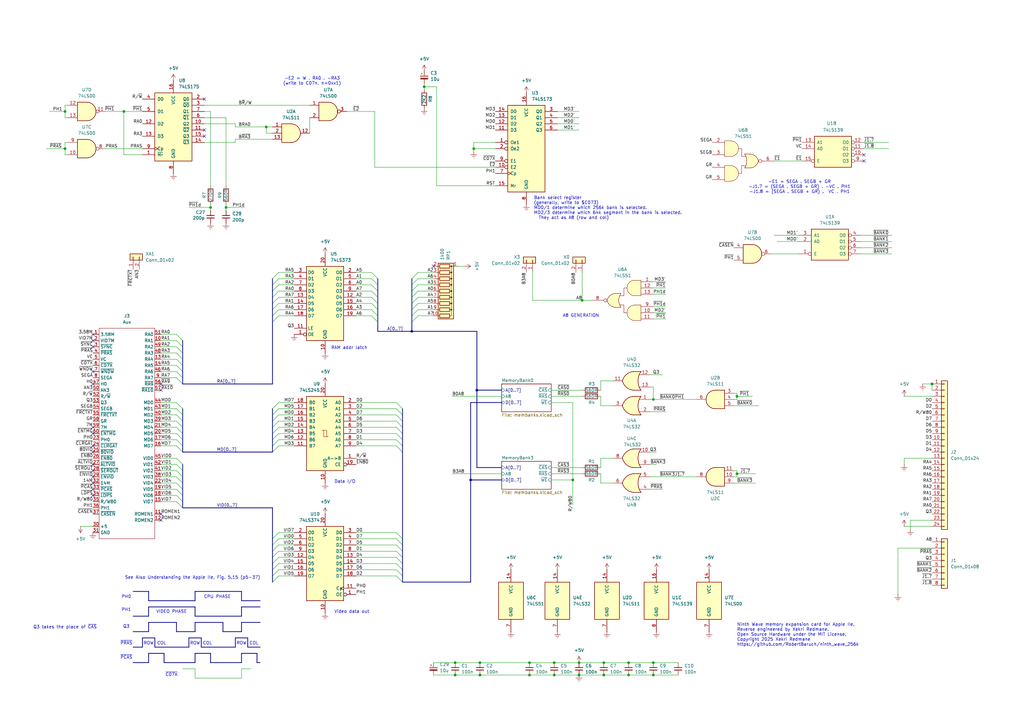
<source format=kicad_sch>
(kicad_sch (version 20250114) (generator "eeschema") (generator_version "9.0")
  (paper "A3")
  (text "COL" (at 66.294 263.906 0) (effects (font (size 1.27 1.27))))
  (text "-E1 = SEGA . SEGB + GR\n-J1.7 = (SEGA . SEGB + GR) . -VC . PH1\n-J1.8 = (SEGA . SEGB + GR) .  VC . PH1" (at 327.914 76.708 0) (effects (font (size 1.27 1.27))))
  (text "A8 GENERATION\n" (at 238.252 129.54 0) (effects (font (size 1.27 1.27))))
  (text "PH0\n" (at 51.816 244.856 0) (effects (font (size 1.27 1.27))))
  (text "COL" (at 104.14 263.906 0) (effects (font (size 1.27 1.27))))
  (text "PH1\n" (at 51.816 250.19 0) (effects (font (size 1.27 1.27))))
  (text "ROW" (at 99.06 263.906 0) (effects (font (size 1.27 1.27))))
  (text "VIDEO PHASE" (at 70.358 250.952 0) (effects (font (size 1.27 1.27))))
  (text "RAM addr latch" (at 143.256 142.748 0) (effects (font (size 1.27 1.27))))
  (text "ROW" (at 80.01 263.906 0) (effects (font (size 1.27 1.27))))
  (text "Q3" (at 51.816 257.048 0) (effects (font (size 1.27 1.27))))
  (text "Ninth Wave memory expansion card for Apple IIe.\nReverse engineered by Xekri Redmane.\nOpen Source Hardware under the MIT License.\nCopyright 2025 Xekri Redmane\nhttps://github.com/RobertBaruch/ninth_wave_256k" (at 302.26 260.35 0) (effects (font (size 1.27 1.27)) (justify left)))
  (text "~{PCAS}" (at 51.816 269.748 0) (effects (font (size 1.27 1.27))))
  (text "COL" (at 85.09 263.906 0) (effects (font (size 1.27 1.27))))
  (text "Bank select register\n(generally, write to $C073)\nMD0/1 determine which 256k bank is selected.\nMD2/3 determine which 64k segment in the bank is selected.\n  They act as A8 (row and col)" (at 218.948 85.344 0) (effects (font (size 1.27 1.27)) (justify left)))
  (text "-E2 = W . RA0 . -RA3\n(write to C07n, n=0xx1)" (at 128.016 33.274 0) (effects (font (size 1.27 1.27))))
  (text "Data I/O\n" (at 141.478 197.612 0) (effects (font (size 1.27 1.27))))
  (text "CPU PHASE" (at 89.154 244.856 0) (effects (font (size 1.27 1.27))))
  (text "~{C07X}" (at 70.358 276.86 0) (effects (font (size 1.27 1.27))))
  (text "~{PRAS}" (at 51.816 263.906 0) (effects (font (size 1.27 1.27))))
  (text "Q3 takes the place of ~{CAS}" (at 26.67 257.302 0) (effects (font (size 1.27 1.27))))
  (text "ROW" (at 60.96 263.906 0) (effects (font (size 1.27 1.27))))
  (text "~{EN80}: enables aux RAM\n~{PRAS}: memory row addr strobe\nGR: graphics mode enable\nSEGA: \"First low-order vertical counter bit\". In text mode, works with VC and SEGB to determine character row address\nSEGB: \"Second low-order vertical counter bit\". In text mode, works with VC and SEGA. In graphics mode, selects hires when low, lores when high.\nVC: \"Third low-order vertical counter bit\". Display vertical counter bit: in text mode, SEGA, SEGB and VC determine which of the eight rows of a character's dot pattern to display; in lores, selects upper or lower block defined by a byte.\n~{CASEN}: column address enable. This signal is held high during accesses to memory on the card in this slot.\n" (at 2.286 310.642 0) (effects (font (size 1.27 1.27)) (justify left)))
  (text "Video data out" (at 144.272 250.952 0) (effects (font (size 1.27 1.27))))
  (text "See Also Understanding the Apple IIe, Fig. 5.15 (p5-37)" (at 78.994 236.982 0) (effects (font (size 1.27 1.27))))
  (junction (at 267.97 163.83))
  (junction (at 50.8 45.72))
  (junction (at 26.67 45.72))
  (junction (at 196.85 271.78))
  (junction (at 217.17 276.86))
  (junction (at 302.26 162.56))
  (junction (at 186.69 276.86))
  (junction (at 234.95 196.85))
  (junction (at 194.31 60.96))
  (junction (at 257.81 271.78))
  (junction (at 237.49 276.86))
  (junction (at 195.58 160.02))
  (junction (at 196.85 276.86))
  (junction (at 186.69 271.78))
  (junction (at 382.27 157.48))
  (junction (at 257.81 276.86))
  (junction (at 302.26 194.31))
  (junction (at 227.33 276.86))
  (junction (at 173.99 35.56))
  (junction (at 247.65 271.78))
  (junction (at 193.04 196.85))
  (junction (at 267.97 271.78))
  (junction (at 227.33 271.78))
  (junction (at 237.49 271.78))
  (junction (at 26.67 60.96))
  (junction (at 267.97 276.86))
  (junction (at 217.17 271.78))
  (junction (at 109.22 52.07))
  (junction (at 238.76 123.19))
  (junction (at 86.36 85.09))
  (junction (at 92.71 85.09))
  (junction (at 247.65 276.86))
  (junction (at 168.91 135.89))
  (no_connect (at 38.1 142.24))
  (no_connect (at 38.1 203.2))
  (no_connect (at 38.1 157.48))
  (no_connect (at 38.1 195.58))
  (no_connect (at 38.1 175.26))
  (no_connect (at 38.1 198.12))
  (no_connect (at 354.33 66.04))
  (no_connect (at 83.82 53.34))
  (no_connect (at 38.1 177.8))
  (no_connect (at 83.82 55.88))
  (no_connect (at 38.1 137.16))
  (no_connect (at 177.8 109.22))
  (no_connect (at 66.04 157.48))
  (no_connect (at 38.1 152.4))
  (no_connect (at 66.04 213.36))
  (no_connect (at 83.82 40.64))
  (no_connect (at 66.04 160.02))
  (no_connect (at 38.1 200.66))
  (no_connect (at 38.1 185.42))
  (no_connect (at 354.33 63.5))
  (no_connect (at 38.1 193.04))
  (no_connect (at 38.1 139.7))
  (no_connect (at 38.1 190.5))
  (no_connect (at 38.1 182.88))
  (no_connect (at 66.04 210.82))
  (bus_entry (at 114.3 111.76) (size -2.54 2.54))
  (bus_entry (at 114.3 167.64) (size -2.54 2.54))
  (bus_entry (at 114.3 223.52) (size -2.54 2.54))
  (bus_entry (at 162.56 236.22) (size 2.54 2.54))
  (bus_entry (at 162.56 182.88) (size 2.54 2.54))
  (bus_entry (at 162.56 175.26) (size 2.54 2.54))
  (bus_entry (at 114.3 129.54) (size -2.54 2.54))
  (bus_entry (at 152.4 124.46) (size 2.54 2.54))
  (bus_entry (at 114.3 220.98) (size -2.54 2.54))
  (bus_entry (at 72.39 149.86) (size 2.54 2.54))
  (bus_entry (at 114.3 177.8) (size -2.54 2.54))
  (bus_entry (at 114.3 226.06) (size -2.54 2.54))
  (bus_entry (at 72.39 147.32) (size 2.54 2.54))
  (bus_entry (at 72.39 172.72) (size 2.54 2.54))
  (bus_entry (at 152.4 129.54) (size 2.54 2.54))
  (bus_entry (at 72.39 180.34) (size 2.54 2.54))
  (bus_entry (at 72.39 198.12) (size 2.54 2.54))
  (bus_entry (at 152.4 116.84) (size 2.54 2.54))
  (bus_entry (at 72.39 170.18) (size 2.54 2.54))
  (bus_entry (at 162.56 172.72) (size 2.54 2.54))
  (bus_entry (at 114.3 218.44) (size -2.54 2.54))
  (bus_entry (at 114.3 127) (size -2.54 2.54))
  (bus_entry (at 162.56 167.64) (size 2.54 2.54))
  (bus_entry (at 72.39 139.7) (size 2.54 2.54))
  (bus_entry (at 162.56 231.14) (size 2.54 2.54))
  (bus_entry (at 114.3 172.72) (size -2.54 2.54))
  (bus_entry (at 72.39 142.24) (size 2.54 2.54))
  (bus_entry (at 171.45 121.92) (size -2.54 2.54))
  (bus_entry (at 162.56 177.8) (size 2.54 2.54))
  (bus_entry (at 114.3 165.1) (size -2.54 2.54))
  (bus_entry (at 171.45 124.46) (size -2.54 2.54))
  (bus_entry (at 171.45 111.76) (size -2.54 2.54))
  (bus_entry (at 114.3 116.84) (size -2.54 2.54))
  (bus_entry (at 114.3 114.3) (size -2.54 2.54))
  (bus_entry (at 72.39 137.16) (size 2.54 2.54))
  (bus_entry (at 114.3 121.92) (size -2.54 2.54))
  (bus_entry (at 72.39 167.64) (size 2.54 2.54))
  (bus_entry (at 171.45 129.54) (size -2.54 2.54))
  (bus_entry (at 72.39 187.96) (size 2.54 2.54))
  (bus_entry (at 171.45 116.84) (size -2.54 2.54))
  (bus_entry (at 162.56 233.68) (size 2.54 2.54))
  (bus_entry (at 162.56 228.6) (size 2.54 2.54))
  (bus_entry (at 114.3 228.6) (size -2.54 2.54))
  (bus_entry (at 162.56 170.18) (size 2.54 2.54))
  (bus_entry (at 162.56 165.1) (size 2.54 2.54))
  (bus_entry (at 162.56 180.34) (size 2.54 2.54))
  (bus_entry (at 162.56 218.44) (size 2.54 2.54))
  (bus_entry (at 72.39 205.74) (size 2.54 2.54))
  (bus_entry (at 72.39 154.94) (size 2.54 2.54))
  (bus_entry (at 114.3 119.38) (size -2.54 2.54))
  (bus_entry (at 162.56 226.06) (size 2.54 2.54))
  (bus_entry (at 72.39 190.5) (size 2.54 2.54))
  (bus_entry (at 114.3 170.18) (size -2.54 2.54))
  (bus_entry (at 114.3 233.68) (size -2.54 2.54))
  (bus_entry (at 171.45 114.3) (size -2.54 2.54))
  (bus_entry (at 72.39 165.1) (size 2.54 2.54))
  (bus_entry (at 72.39 200.66) (size 2.54 2.54))
  (bus_entry (at 152.4 121.92) (size 2.54 2.54))
  (bus_entry (at 114.3 180.34) (size -2.54 2.54))
  (bus_entry (at 114.3 182.88) (size -2.54 2.54))
  (bus_entry (at 72.39 203.2) (size 2.54 2.54))
  (bus_entry (at 152.4 127) (size 2.54 2.54))
  (bus_entry (at 114.3 231.14) (size -2.54 2.54))
  (bus_entry (at 162.56 223.52) (size 2.54 2.54))
  (bus_entry (at 152.4 119.38) (size 2.54 2.54))
  (bus_entry (at 114.3 236.22) (size -2.54 2.54))
  (bus_entry (at 114.3 175.26) (size -2.54 2.54))
  (bus_entry (at 171.45 127) (size -2.54 2.54))
  (bus_entry (at 171.45 119.38) (size -2.54 2.54))
  (bus_entry (at 162.56 220.98) (size 2.54 2.54))
  (bus_entry (at 72.39 182.88) (size 2.54 2.54))
  (bus_entry (at 152.4 111.76) (size 2.54 2.54))
  (bus_entry (at 72.39 152.4) (size 2.54 2.54))
  (bus_entry (at 114.3 124.46) (size -2.54 2.54))
  (bus_entry (at 72.39 144.78) (size 2.54 2.54))
  (bus_entry (at 72.39 195.58) (size 2.54 2.54))
  (bus_entry (at 72.39 175.26) (size 2.54 2.54))
  (bus_entry (at 152.4 114.3) (size 2.54 2.54))
  (bus_entry (at 72.39 177.8) (size 2.54 2.54))
  (bus_entry (at 72.39 193.04) (size 2.54 2.54))
  (bus (pts (xy 80.01 271.78) (xy 80.01 267.97)))
  (wire (pts (xy 246.38 187.96) (xy 246.38 191.77)))
  (wire (pts (xy 38.1 215.9) (xy 33.02 215.9)))
  (wire (pts (xy 58.42 63.5) (xy 50.8 63.5)))
  (wire (pts (xy 66.04 147.32) (xy 72.39 147.32)))
  (wire (pts (xy 146.05 226.06) (xy 162.56 226.06)))
  (wire (pts (xy 66.04 167.64) (xy 72.39 167.64)))
  (wire (pts (xy 238.76 123.19) (xy 242.57 123.19)))
  (wire (pts (xy 114.3 165.1) (xy 120.65 165.1)))
  (wire (pts (xy 26.67 58.42) (xy 26.67 60.96)))
  (wire (pts (xy 177.8 124.46) (xy 171.45 124.46)))
  (wire (pts (xy 153.67 68.58) (xy 153.67 45.72)))
  (bus (pts (xy 111.76 233.68) (xy 111.76 236.22)))
  (bus (pts (xy 74.93 147.32) (xy 74.93 149.86)))
  (bus (pts (xy 54.61 259.08) (xy 60.96 259.08)))
  (wire (pts (xy 266.7 163.83) (xy 267.97 163.83)))
  (wire (pts (xy 247.65 271.78) (xy 257.81 271.78)))
  (bus (pts (xy 165.1 172.72) (xy 165.1 175.26)))
  (wire (pts (xy 26.67 48.26) (xy 27.94 48.26)))
  (bus (pts (xy 74.93 200.66) (xy 74.93 203.2)))
  (bus (pts (xy 165.1 185.42) (xy 165.1 220.98)))
  (wire (pts (xy 300.99 166.37) (xy 311.15 166.37)))
  (wire (pts (xy 80.01 278.13) (xy 99.06 278.13)))
  (wire (pts (xy 267.97 163.83) (xy 285.75 163.83)))
  (bus (pts (xy 80.01 255.27) (xy 91.44 255.27)))
  (wire (pts (xy 269.24 185.42) (xy 266.7 185.42)))
  (wire (pts (xy 177.8 121.92) (xy 171.45 121.92)))
  (bus (pts (xy 80.01 248.92) (xy 80.01 252.73)))
  (wire (pts (xy 146.05 170.18) (xy 162.56 170.18)))
  (wire (pts (xy 203.2 58.42) (xy 194.31 58.42)))
  (wire (pts (xy 354.33 58.42) (xy 364.49 58.42)))
  (wire (pts (xy 226.06 191.77) (xy 238.76 191.77)))
  (bus (pts (xy 96.52 261.62) (xy 101.6 261.62)))
  (bus (pts (xy 165.1 175.26) (xy 165.1 177.8)))
  (bus (pts (xy 74.93 190.5) (xy 74.93 193.04)))
  (bus (pts (xy 80.01 246.38) (xy 80.01 242.57)))
  (wire (pts (xy 269.24 190.5) (xy 266.7 190.5)))
  (wire (pts (xy 83.82 58.42) (xy 96.52 58.42)))
  (bus (pts (xy 82.55 261.62) (xy 82.55 265.43)))
  (bus (pts (xy 74.93 154.94) (xy 74.93 157.48)))
  (wire (pts (xy 266.7 158.75) (xy 267.97 158.75)))
  (wire (pts (xy 177.8 119.38) (xy 171.45 119.38)))
  (bus (pts (xy 74.93 182.88) (xy 74.93 185.42)))
  (wire (pts (xy 317.5 66.04) (xy 328.93 66.04)))
  (wire (pts (xy 228.6 50.8) (xy 237.49 50.8)))
  (wire (pts (xy 96.52 57.15) (xy 111.76 57.15)))
  (bus (pts (xy 60.96 271.78) (xy 60.96 267.97)))
  (wire (pts (xy 86.36 85.09) (xy 86.36 86.36)))
  (bus (pts (xy 91.44 255.27) (xy 91.44 259.08)))
  (bus (pts (xy 74.93 205.74) (xy 74.93 208.28)))
  (wire (pts (xy 92.71 85.09) (xy 100.33 85.09)))
  (bus (pts (xy 111.76 129.54) (xy 111.76 132.08)))
  (wire (pts (xy 146.05 116.84) (xy 152.4 116.84)))
  (wire (pts (xy 66.04 190.5) (xy 72.39 190.5)))
  (bus (pts (xy 111.76 127) (xy 111.76 129.54)))
  (bus (pts (xy 111.76 121.92) (xy 111.76 124.46)))
  (bus (pts (xy 165.1 170.18) (xy 165.1 172.72)))
  (bus (pts (xy 74.93 149.86) (xy 74.93 152.4)))
  (wire (pts (xy 273.05 115.57) (xy 267.97 115.57)))
  (wire (pts (xy 302.26 193.04) (xy 300.99 193.04)))
  (bus (pts (xy 99.06 271.78) (xy 99.06 267.97)))
  (bus (pts (xy 60.96 248.92) (xy 80.01 248.92)))
  (wire (pts (xy 146.05 175.26) (xy 162.56 175.26)))
  (wire (pts (xy 179.07 35.56) (xy 179.07 76.2)))
  (wire (pts (xy 111.76 54.61) (xy 109.22 54.61)))
  (bus (pts (xy 111.76 172.72) (xy 111.76 175.26)))
  (wire (pts (xy 226.06 165.1) (xy 234.95 165.1)))
  (wire (pts (xy 302.26 195.58) (xy 302.26 194.31)))
  (wire (pts (xy 146.05 127) (xy 152.4 127)))
  (wire (pts (xy 273.05 130.81) (xy 267.97 130.81)))
  (wire (pts (xy 92.71 83.82) (xy 92.71 85.09)))
  (wire (pts (xy 50.8 45.72) (xy 58.42 45.72)))
  (wire (pts (xy 246.38 160.02) (xy 246.38 156.21)))
  (bus (pts (xy 111.76 236.22) (xy 111.76 238.76)))
  (bus (pts (xy 193.04 165.1) (xy 193.04 196.85)))
  (bus (pts (xy 111.76 223.52) (xy 111.76 226.06)))
  (wire (pts (xy 114.3 124.46) (xy 120.65 124.46)))
  (wire (pts (xy 382.27 213.36) (xy 373.38 213.36)))
  (wire (pts (xy 173.99 34.29) (xy 173.99 35.56)))
  (wire (pts (xy 92.71 48.26) (xy 92.71 76.2)))
  (bus (pts (xy 154.94 129.54) (xy 154.94 132.08)))
  (bus (pts (xy 168.91 132.08) (xy 168.91 135.89)))
  (wire (pts (xy 382.27 187.96) (xy 370.84 187.96)))
  (wire (pts (xy 114.3 170.18) (xy 120.65 170.18)))
  (wire (pts (xy 120.65 223.52) (xy 114.3 223.52)))
  (bus (pts (xy 154.94 135.89) (xy 168.91 135.89)))
  (bus (pts (xy 74.93 195.58) (xy 74.93 198.12)))
  (bus (pts (xy 165.1 177.8) (xy 165.1 180.34)))
  (wire (pts (xy 120.65 218.44) (xy 114.3 218.44)))
  (wire (pts (xy 382.27 157.48) (xy 382.27 160.02)))
  (wire (pts (xy 43.18 45.72) (xy 50.8 45.72)))
  (bus (pts (xy 165.1 226.06) (xy 165.1 228.6)))
  (bus (pts (xy 74.93 167.64) (xy 74.93 170.18)))
  (bus (pts (xy 154.94 124.46) (xy 154.94 127)))
  (wire (pts (xy 86.36 83.82) (xy 86.36 85.09)))
  (wire (pts (xy 142.24 45.72) (xy 153.67 45.72)))
  (wire (pts (xy 177.8 114.3) (xy 171.45 114.3)))
  (wire (pts (xy 234.95 196.85) (xy 234.95 207.01)))
  (wire (pts (xy 226.06 194.31) (xy 238.76 194.31)))
  (bus (pts (xy 168.91 127) (xy 168.91 129.54)))
  (wire (pts (xy 228.6 53.34) (xy 237.49 53.34)))
  (wire (pts (xy 146.05 177.8) (xy 162.56 177.8)))
  (bus (pts (xy 99.06 267.97) (xy 105.41 267.97)))
  (bus (pts (xy 101.6 261.62) (xy 101.6 265.43)))
  (bus (pts (xy 165.1 238.76) (xy 193.04 238.76)))
  (bus (pts (xy 195.58 135.89) (xy 195.58 160.02)))
  (wire (pts (xy 173.99 35.56) (xy 173.99 36.83)))
  (bus (pts (xy 74.93 177.8) (xy 74.93 180.34)))
  (bus (pts (xy 165.1 236.22) (xy 165.1 238.76)))
  (wire (pts (xy 217.17 276.86) (xy 227.33 276.86)))
  (wire (pts (xy 96.52 52.07) (xy 109.22 52.07)))
  (bus (pts (xy 74.93 172.72) (xy 74.93 175.26)))
  (wire (pts (xy 302.26 163.83) (xy 300.99 163.83)))
  (bus (pts (xy 99.06 248.92) (xy 106.68 248.92)))
  (bus (pts (xy 168.91 124.46) (xy 168.91 127)))
  (wire (pts (xy 247.65 276.86) (xy 257.81 276.86)))
  (wire (pts (xy 66.04 170.18) (xy 72.39 170.18)))
  (wire (pts (xy 146.05 111.76) (xy 152.4 111.76)))
  (wire (pts (xy 246.38 198.12) (xy 246.38 194.31)))
  (bus (pts (xy 193.04 196.85) (xy 193.04 238.76)))
  (wire (pts (xy 114.3 175.26) (xy 120.65 175.26)))
  (wire (pts (xy 228.6 45.72) (xy 237.49 45.72)))
  (bus (pts (xy 111.76 180.34) (xy 111.76 182.88)))
  (bus (pts (xy 154.94 127) (xy 154.94 129.54)))
  (bus (pts (xy 165.1 228.6) (xy 165.1 231.14)))
  (wire (pts (xy 308.61 162.56) (xy 302.26 162.56)))
  (wire (pts (xy 26.67 60.96) (xy 26.67 63.5)))
  (wire (pts (xy 114.3 121.92) (xy 120.65 121.92)))
  (wire (pts (xy 185.42 194.31) (xy 205.74 194.31)))
  (wire (pts (xy 26.67 63.5) (xy 27.94 63.5)))
  (bus (pts (xy 80.01 242.57) (xy 99.06 242.57)))
  (wire (pts (xy 114.3 114.3) (xy 120.65 114.3)))
  (bus (pts (xy 168.91 116.84) (xy 168.91 119.38)))
  (wire (pts (xy 66.04 182.88) (xy 72.39 182.88)))
  (bus (pts (xy 54.61 242.57) (xy 60.96 242.57)))
  (wire (pts (xy 77.47 85.09) (xy 86.36 85.09)))
  (bus (pts (xy 63.5 265.43) (xy 77.47 265.43)))
  (wire (pts (xy 267.97 120.65) (xy 273.05 120.65)))
  (wire (pts (xy 246.38 162.56) (xy 246.38 166.37)))
  (wire (pts (xy 96.52 57.15) (xy 96.52 58.42)))
  (wire (pts (xy 109.22 52.07) (xy 111.76 52.07)))
  (wire (pts (xy 66.04 165.1) (xy 72.39 165.1)))
  (wire (pts (xy 19.05 60.96) (xy 26.67 60.96)))
  (bus (pts (xy 168.91 119.38) (xy 168.91 121.92)))
  (wire (pts (xy 186.69 276.86) (xy 196.85 276.86)))
  (wire (pts (xy 327.66 96.52) (xy 317.5 96.52)))
  (bus (pts (xy 67.31 271.78) (xy 80.01 271.78)))
  (wire (pts (xy 237.49 271.78) (xy 247.65 271.78)))
  (bus (pts (xy 193.04 196.85) (xy 205.74 196.85)))
  (bus (pts (xy 54.61 252.73) (xy 60.96 252.73)))
  (bus (pts (xy 60.96 242.57) (xy 60.96 246.38)))
  (wire (pts (xy 302.26 194.31) (xy 309.88 194.31)))
  (wire (pts (xy 146.05 223.52) (xy 162.56 223.52)))
  (wire (pts (xy 300.99 198.12) (xy 309.88 198.12)))
  (wire (pts (xy 83.82 48.26) (xy 92.71 48.26)))
  (wire (pts (xy 177.8 127) (xy 171.45 127)))
  (bus (pts (xy 74.93 193.04) (xy 74.93 195.58)))
  (bus (pts (xy 111.76 226.06) (xy 111.76 228.6)))
  (bus (pts (xy 82.55 265.43) (xy 96.52 265.43)))
  (wire (pts (xy 196.85 271.78) (xy 217.17 271.78)))
  (wire (pts (xy 66.04 205.74) (xy 72.39 205.74)))
  (bus (pts (xy 111.76 185.42) (xy 74.93 185.42)))
  (bus (pts (xy 154.94 132.08) (xy 154.94 135.89)))
  (bus (pts (xy 154.94 116.84) (xy 154.94 119.38)))
  (wire (pts (xy 114.3 167.64) (xy 120.65 167.64)))
  (wire (pts (xy 114.3 177.8) (xy 120.65 177.8)))
  (wire (pts (xy 354.33 60.96) (xy 364.49 60.96)))
  (bus (pts (xy 58.42 261.62) (xy 63.5 261.62)))
  (wire (pts (xy 120.65 220.98) (xy 114.3 220.98)))
  (wire (pts (xy 246.38 166.37) (xy 251.46 166.37)))
  (bus (pts (xy 86.36 271.78) (xy 99.06 271.78)))
  (wire (pts (xy 185.42 162.56) (xy 205.74 162.56)))
  (wire (pts (xy 114.3 129.54) (xy 120.65 129.54)))
  (bus (pts (xy 58.42 265.43) (xy 58.42 261.62)))
  (bus (pts (xy 74.93 208.28) (xy 111.76 208.28)))
  (bus (pts (xy 111.76 182.88) (xy 111.76 185.42)))
  (bus (pts (xy 193.04 165.1) (xy 205.74 165.1)))
  (wire (pts (xy 251.46 187.96) (xy 246.38 187.96)))
  (wire (pts (xy 203.2 68.58) (xy 153.67 68.58)))
  (wire (pts (xy 190.5 109.22) (xy 187.96 109.22)))
  (bus (pts (xy 165.1 231.14) (xy 165.1 233.68)))
  (bus (pts (xy 165.1 180.34) (xy 165.1 182.88)))
  (wire (pts (xy 66.04 144.78) (xy 72.39 144.78)))
  (bus (pts (xy 60.96 267.97) (xy 67.31 267.97)))
  (wire (pts (xy 80.01 274.32) (xy 80.01 278.13)))
  (wire (pts (xy 146.05 129.54) (xy 152.4 129.54)))
  (bus (pts (xy 74.93 203.2) (xy 74.93 205.74)))
  (wire (pts (xy 173.99 35.56) (xy 179.07 35.56)))
  (wire (pts (xy 273.05 118.11) (xy 267.97 118.11)))
  (wire (pts (xy 66.04 193.04) (xy 72.39 193.04)))
  (wire (pts (xy 146.05 121.92) (xy 152.4 121.92)))
  (wire (pts (xy 74.93 274.32) (xy 80.01 274.32)))
  (wire (pts (xy 120.65 233.68) (xy 114.3 233.68)))
  (bus (pts (xy 99.06 246.38) (xy 106.68 246.38)))
  (wire (pts (xy 226.06 160.02) (xy 238.76 160.02)))
  (bus (pts (xy 99.06 252.73) (xy 99.06 248.92)))
  (wire (pts (xy 302.26 161.29) (xy 302.26 162.56)))
  (wire (pts (xy 146.05 124.46) (xy 152.4 124.46)))
  (bus (pts (xy 99.06 259.08) (xy 99.06 255.27)))
  (wire (pts (xy 50.8 63.5) (xy 50.8 45.72)))
  (wire (pts (xy 96.52 50.8) (xy 96.52 52.07)))
  (bus (pts (xy 195.58 191.77) (xy 205.74 191.77)))
  (wire (pts (xy 227.33 276.86) (xy 237.49 276.86)))
  (wire (pts (xy 186.69 271.78) (xy 196.85 271.78)))
  (wire (pts (xy 66.04 180.34) (xy 72.39 180.34)))
  (bus (pts (xy 168.91 121.92) (xy 168.91 124.46)))
  (bus (pts (xy 111.76 208.28) (xy 111.76 220.98)))
  (bus (pts (xy 165.1 182.88) (xy 165.1 185.42)))
  (bus (pts (xy 72.39 255.27) (xy 72.39 259.08)))
  (wire (pts (xy 43.18 60.96) (xy 58.42 60.96)))
  (bus (pts (xy 168.91 129.54) (xy 168.91 132.08)))
  (wire (pts (xy 26.67 43.18) (xy 26.67 45.72)))
  (wire (pts (xy 27.94 43.18) (xy 26.67 43.18)))
  (bus (pts (xy 63.5 261.62) (xy 63.5 265.43)))
  (wire (pts (xy 300.99 161.29) (xy 302.26 161.29)))
  (bus (pts (xy 80.01 267.97) (xy 86.36 267.97)))
  (bus (pts (xy 111.76 177.8) (xy 111.76 180.34)))
  (bus (pts (xy 74.93 175.26) (xy 74.93 177.8)))
  (wire (pts (xy 218.44 123.19) (xy 218.44 111.76)))
  (wire (pts (xy 109.22 54.61) (xy 109.22 52.07)))
  (bus (pts (xy 67.31 267.97) (xy 67.31 271.78)))
  (wire (pts (xy 146.05 218.44) (xy 162.56 218.44)))
  (wire (pts (xy 146.05 182.88) (xy 162.56 182.88)))
  (bus (pts (xy 80.01 259.08) (xy 80.01 255.27)))
  (wire (pts (xy 177.8 129.54) (xy 171.45 129.54)))
  (wire (pts (xy 66.04 198.12) (xy 72.39 198.12)))
  (wire (pts (xy 370.84 215.9) (xy 382.27 215.9)))
  (bus (pts (xy 60.96 255.27) (xy 72.39 255.27)))
  (wire (pts (xy 114.3 182.88) (xy 120.65 182.88)))
  (wire (pts (xy 257.81 271.78) (xy 267.97 271.78)))
  (bus (pts (xy 195.58 160.02) (xy 205.74 160.02)))
  (wire (pts (xy 66.04 195.58) (xy 72.39 195.58)))
  (bus (pts (xy 60.96 252.73) (xy 60.96 248.92)))
  (bus (pts (xy 111.76 175.26) (xy 111.76 177.8)))
  (wire (pts (xy 146.05 180.34) (xy 162.56 180.34)))
  (wire (pts (xy 266.7 195.58) (xy 285.75 195.58)))
  (bus (pts (xy 195.58 160.02) (xy 195.58 191.77)))
  (wire (pts (xy 146.05 233.68) (xy 162.56 233.68)))
  (wire (pts (xy 120.65 226.06) (xy 114.3 226.06)))
  (wire (pts (xy 257.81 276.86) (xy 267.97 276.86)))
  (wire (pts (xy 20.32 45.72) (xy 26.67 45.72)))
  (wire (pts (xy 26.67 45.72) (xy 26.67 48.26)))
  (bus (pts (xy 74.93 170.18) (xy 74.93 172.72)))
  (bus (pts (xy 111.76 220.98) (xy 111.76 223.52)))
  (wire (pts (xy 353.06 96.52) (xy 365.76 96.52)))
  (wire (pts (xy 146.05 231.14) (xy 162.56 231.14)))
  (wire (pts (xy 27.94 58.42) (xy 26.67 58.42)))
  (bus (pts (xy 165.1 233.68) (xy 165.1 236.22)))
  (wire (pts (xy 194.31 60.96) (xy 194.31 62.23)))
  (bus (pts (xy 111.76 231.14) (xy 111.76 233.68)))
  (bus (pts (xy 77.47 261.62) (xy 82.55 261.62)))
  (bus (pts (xy 111.76 124.46) (xy 111.76 127)))
  (wire (pts (xy 114.3 116.84) (xy 120.65 116.84)))
  (wire (pts (xy 146.05 172.72) (xy 162.56 172.72)))
  (bus (pts (xy 91.44 259.08) (xy 99.06 259.08)))
  (bus (pts (xy 74.93 139.7) (xy 74.93 142.24)))
  (wire (pts (xy 217.17 271.78) (xy 227.33 271.78)))
  (bus (pts (xy 111.76 116.84) (xy 111.76 119.38)))
  (wire (pts (xy 177.8 276.86) (xy 186.69 276.86)))
  (wire (pts (xy 370.84 187.96) (xy 370.84 190.5)))
  (bus (pts (xy 165.1 167.64) (xy 165.1 170.18)))
  (bus (pts (xy 154.94 114.3) (xy 154.94 116.84)))
  (bus (pts (xy 168.91 114.3) (xy 168.91 116.84)))
  (wire (pts (xy 146.05 236.22) (xy 162.56 236.22)))
  (wire (pts (xy 196.85 276.86) (xy 217.17 276.86)))
  (wire (pts (xy 127 48.26) (xy 127 54.61)))
  (wire (pts (xy 114.3 119.38) (xy 120.65 119.38)))
  (wire (pts (xy 146.05 228.6) (xy 162.56 228.6)))
  (wire (pts (xy 66.04 200.66) (xy 72.39 200.66)))
  (bus (pts (xy 154.94 121.92) (xy 154.94 124.46)))
  (wire (pts (xy 146.05 167.64) (xy 162.56 167.64)))
  (wire (pts (xy 92.71 85.09) (xy 92.71 86.36)))
  (bus (pts (xy 111.76 119.38) (xy 111.76 121.92)))
  (wire (pts (xy 114.3 180.34) (xy 120.65 180.34)))
  (wire (pts (xy 120.65 231.14) (xy 114.3 231.14)))
  (wire (pts (xy 267.97 271.78) (xy 278.13 271.78)))
  (wire (pts (xy 226.06 196.85) (xy 234.95 196.85)))
  (bus (pts (xy 101.6 265.43) (xy 106.68 265.43)))
  (bus (pts (xy 99.06 242.57) (xy 99.06 246.38)))
  (wire (pts (xy 228.6 48.26) (xy 237.49 48.26)))
  (bus (pts (xy 60.96 259.08) (xy 60.96 255.27)))
  (bus (pts (xy 74.93 157.48) (xy 111.76 157.48)))
  (wire (pts (xy 83.82 43.18) (xy 127 43.18)))
  (wire (pts (xy 114.3 111.76) (xy 120.65 111.76)))
  (wire (pts (xy 66.04 203.2) (xy 72.39 203.2)))
  (wire (pts (xy 234.95 165.1) (xy 234.95 196.85)))
  (wire (pts (xy 114.3 172.72) (xy 120.65 172.72)))
  (bus (pts (xy 54.61 271.78) (xy 60.96 271.78)))
  (wire (pts (xy 271.78 200.66) (xy 266.7 200.66)))
  (wire (pts (xy 146.05 114.3) (xy 152.4 114.3)))
  (wire (pts (xy 273.05 128.27) (xy 267.97 128.27)))
  (wire (pts (xy 316.23 104.14) (xy 327.66 104.14)))
  (bus (pts (xy 165.1 223.52) (xy 165.1 226.06)))
  (wire (pts (xy 251.46 198.12) (xy 246.38 198.12)))
  (bus (pts (xy 74.93 142.24) (xy 74.93 144.78)))
  (wire (pts (xy 66.04 154.94) (xy 72.39 154.94)))
  (wire (pts (xy 378.46 157.48) (xy 382.27 157.48)))
  (wire (pts (xy 177.8 271.78) (xy 186.69 271.78)))
  (bus (pts (xy 74.93 198.12) (xy 74.93 200.66)))
  (wire (pts (xy 114.3 127) (xy 120.65 127)))
  (wire (pts (xy 66.04 175.26) (xy 72.39 175.26)))
  (bus (pts (xy 74.93 180.34) (xy 74.93 182.88)))
  (wire (pts (xy 302.26 162.56) (xy 302.26 163.83)))
  (wire (pts (xy 66.04 149.86) (xy 72.39 149.86)))
  (bus (pts (xy 111.76 114.3) (xy 111.76 116.84)))
  (bus (pts (xy 72.39 259.08) (xy 80.01 259.08)))
  (bus (pts (xy 111.76 170.18) (xy 111.76 172.72)))
  (wire (pts (xy 66.04 139.7) (xy 72.39 139.7)))
  (bus (pts (xy 111.76 167.64) (xy 111.76 170.18)))
  (wire (pts (xy 146.05 119.38) (xy 152.4 119.38)))
  (bus (pts (xy 54.61 265.43) (xy 58.42 265.43)))
  (wire (pts (xy 226.06 162.56) (xy 238.76 162.56)))
  (wire (pts (xy 246.38 156.21) (xy 251.46 156.21)))
  (bus (pts (xy 74.93 152.4) (xy 74.93 154.94)))
  (bus (pts (xy 111.76 132.08) (xy 111.76 157.48)))
  (wire (pts (xy 353.06 101.6) (xy 365.76 101.6)))
  (wire (pts (xy 373.38 213.36) (xy 373.38 217.17)))
  (wire (pts (xy 99.06 278.13) (xy 99.06 274.32)))
  (wire (pts (xy 238.76 123.19) (xy 218.44 123.19)))
  (bus (pts (xy 77.47 265.43) (xy 77.47 261.62)))
  (wire (pts (xy 194.31 58.42) (xy 194.31 60.96)))
  (wire (pts (xy 146.05 165.1) (xy 162.56 165.1)))
  (wire (pts (xy 300.99 195.58) (xy 302.26 195.58)))
  (wire (pts (xy 194.31 60.96) (xy 203.2 60.96)))
  (bus (pts (xy 99.06 255.27) (xy 106.68 255.27)))
  (bus (pts (xy 60.96 246.38) (xy 80.01 246.38)))
  (wire (pts (xy 99.06 274.32) (xy 102.87 274.32)))
  (wire (pts (xy 267.97 158.75) (xy 267.97 163.83)))
  (wire (pts (xy 353.06 104.14) (xy 365.76 104.14)))
  (wire (pts (xy 177.8 116.84) (xy 171.45 116.84)))
  (wire (pts (xy 66.04 177.8) (xy 72.39 177.8)))
  (bus (pts (xy 111.76 228.6) (xy 111.76 231.14)))
  (wire (pts (xy 273.05 168.91) (xy 266.7 168.91)))
  (bus (pts (xy 80.01 252.73) (xy 99.06 252.73)))
  (wire (pts (xy 302.26 194.31) (xy 302.26 193.04)))
  (wire (pts (xy 227.33 271.78) (xy 237.49 271.78)))
  (wire (pts (xy 86.36 45.72) (xy 86.36 76.2)))
  (wire (pts (xy 83.82 50.8) (xy 96.52 50.8)))
  (wire (pts (xy 66.04 187.96) (xy 72.39 187.96)))
  (bus (pts (xy 105.41 271.78) (xy 106.68 271.78)))
  (bus (pts (xy 105.41 267.97) (xy 105.41 271.78)))
  (wire (pts (xy 267.97 125.73) (xy 273.05 125.73)))
  (bus (pts (xy 154.94 119.38) (xy 154.94 121.92)))
  (wire (pts (xy 177.8 111.76) (xy 171.45 111.76)))
  (wire (pts (xy 179.07 76.2) (xy 203.2 76.2)))
  (wire (pts (xy 66.04 172.72) (xy 72.39 172.72)))
  (wire (pts (xy 120.65 236.22) (xy 114.3 236.22)))
  (wire (pts (xy 120.65 228.6) (xy 114.3 228.6)))
  (wire (pts (xy 66.04 152.4) (xy 72.39 152.4)))
  (bus (pts (xy 86.36 267.97) (xy 86.36 271.78)))
  (wire (pts (xy 66.04 137.16) (xy 72.39 137.16)))
  (bus (pts (xy 74.93 144.78) (xy 74.93 147.32)))
  (wire (pts (xy 271.78 153.67) (xy 266.7 153.67)))
  (wire (pts (xy 327.66 99.06) (xy 318.77 99.06)))
  (wire (pts (xy 146.05 220.98) (xy 162.56 220.98)))
  (wire (pts (xy 353.06 99.06) (xy 365.76 99.06)))
  (wire (pts (xy 66.04 142.24) (xy 72.39 142.24)))
  (wire (pts (xy 368.3 224.79) (xy 368.3 243.84)))
  (bus (pts (xy 165.1 220.98) (xy 165.1 223.52)))
  (wire (pts (xy 267.97 276.86) (xy 278.13 276.86)))
  (wire (pts (xy 370.84 162.56) (xy 382.27 162.56)))
  (bus (pts (xy 96.52 265.43) (xy 96.52 261.62)))
  (wire (pts (xy 382.27 224.79) (xy 368.3 224.79)))
  (bus (pts (xy 168.91 135.89) (xy 195.58 135.89)))
  (wire (pts (xy 83.82 45.72) (xy 86.36 45.72)))
  (wire (pts (xy 238.76 111.76) (xy 238.76 123.19)))
  (wire (pts (xy 237.49 276.86) (xy 247.65 276.86)))
  (label "~{E1}" (at 317.5 66.04 0))
  (label "~{RAS0}" (at 228.6 162.56 0))
  (label "RA6" (at 382.27 195.58 180))
  (label "D3" (at 146.05 177.8 0))
  (label "PH1d" (at 95.25 85.09 0))
  (label "~{BANK1}" (at 358.14 99.06 0))
  (label "VID5" (at 120.65 236.22 180))
  (label "VID5" (at 66.04 200.66 0))
  (label "A1" (at 177.8 127 180))
  (label "~{PRAS}" (at 20.32 60.96 0))
  (label "~{PRAS}" (at 38.1 144.78 180))
  (label "VID7M" (at 38.1 139.7 180))
  (label "D7" (at 146.05 170.18 0))
  (label "~{ENVID}" (at 38.1 195.58 180))
  (label "VID0" (at 66.04 187.96 0))
  (label "RA2" (at 120.65 116.84 180))
  (label "R{slash}W80" (at 38.1 205.74 180))
  (label "3.58M" (at 38.1 137.16 180))
  (label "~{E2}" (at 203.2 68.58 180))
  (label "MD0" (at 120.65 170.18 180))
  (label "MD6" (at 120.65 180.34 180))
  (label "MD7" (at 120.65 165.1 180))
  (label "RA0" (at 120.65 119.38 180))
  (label "~{CASEN}" (at 38.1 210.82 180))
  (label "~{PRAS}" (at 266.7 200.66 0))
  (label "RA0" (at 66.04 137.16 0))
  (label "PH1" (at 146.05 243.84 0))
  (label "RA1" (at 66.04 139.7 0))
  (label "D4" (at 146.05 228.6 0))
  (label "~{PRAS}" (at 267.97 168.91 0))
  (label "RA2" (at 66.04 142.24 0))
  (label "A7" (at 146.05 119.38 0))
  (label "D5" (at 146.05 175.26 0))
  (label "PH0" (at 146.05 241.3 0))
  (label "MD3" (at 66.04 172.72 0))
  (label "Q3" (at 382.27 210.82 180))
  (label "~{WNDW}" (at 38.1 152.4 180))
  (label "R{slash}W80" (at 234.95 203.2 270))
  (label "~{CLRGAT}" (at 38.1 182.88 180))
  (label "RA6" (at 120.65 127 180))
  (label "~{BANK2}" (at 382.27 234.95 180))
  (label "~{J1.7}" (at 354.33 58.42 0))
  (label "RST" (at 199.39 76.2 0))
  (label "Q3" (at 38.1 165.1 180))
  (label "MD3'" (at 231.14 45.72 0))
  (label "PH1" (at 21.59 45.72 0))
  (label "SEGB" (at 292.1 63.5 180))
  (label "MD0'" (at 322.58 99.06 0))
  (label "A3" (at 177.8 116.84 180))
  (label "~{J1.7}" (at 303.53 194.31 0))
  (label "VID6" (at 66.04 203.2 0))
  (label "~{E2}" (at 144.78 45.72 0))
  (label "A6" (at 177.8 114.3 180))
  (label "~{PH1}" (at 307.34 162.56 180))
  (label "~{CAS0}" (at 228.6 160.02 0))
  (label "D0" (at 146.05 218.44 0))
  (label "D2" (at 146.05 167.64 0))
  (label "SEGB" (at 38.1 167.64 180))
  (label "MD3" (at 120.65 182.88 180))
  (label "D6" (at 382.27 175.26 180))
  (label "MD4" (at 66.04 175.26 0))
  (label "~{EN80}" (at 38.1 187.96 180))
  (label "~{PH1}" (at 273.05 130.81 180))
  (label "~{PH1}" (at 58.42 45.72 180))
  (label "MD1" (at 203.2 53.34 180))
  (label "H0" (at 38.1 157.48 180))
  (label "RA5" (at 120.65 111.76 180))
  (label "PH1d" (at 273.05 120.65 180))
  (label "RA5" (at 382.27 193.04 180))
  (label "VID0" (at 120.65 220.98 180))
  (label "VID3" (at 66.04 195.58 0))
  (label "MD6" (at 66.04 180.34 0))
  (label "~{C07X}" (at 203.2 66.04 180))
  (label "B~{RA3}" (at 97.79 57.15 0))
  (label "~{CAS3}" (at 228.6 191.77 0))
  (label "BRA0" (at 97.79 52.07 0))
  (label "SEGA" (at 292.1 58.42 180))
  (label "D5" (at 382.27 177.8 180))
  (label "A3" (at 146.05 127 0))
  (label "MD7" (at 66.04 182.88 0))
  (label "A4" (at 146.05 124.46 0))
  (label "VID4" (at 120.65 231.14 180))
  (label "D3" (at 146.05 231.14 0))
  (label "~{PH1}d" (at 273.05 125.73 180))
  (label "~{CASEN}" (at 300.99 101.6 180))
  (label "MD5" (at 120.65 167.64 180))
  (label "MD0'" (at 231.14 50.8 0))
  (label "~{J1.7}" (at 382.27 237.49 180))
  (label "~{PH1}" (at 328.93 58.42 180))
  (label "RA5" (at 66.04 149.86 0))
  (label "PH1" (at 38.1 208.28 180))
  (label "MD2" (at 66.04 170.18 0))
  (label "A2" (at 177.8 111.76 180))
  (label "A0" (at 146.05 116.84 0))
  (label "VID3" (at 120.65 228.6 180))
  (label "RA7" (at 66.04 154.94 0))
  (label "RA4" (at 66.04 147.32 0))
  (label "~{SYNC}" (at 38.1 142.24 180))
  (label "RA1" (at 120.65 124.46 180))
  (label "RA4" (at 382.27 190.5 180))
  (label "~{80VID}" (at 38.1 185.42 180))
  (label "14M" (at 38.1 198.12 180))
  (label "ROMEN1" (at 66.04 210.82 0))
  (label "D4" (at 382.27 185.42 180))
  (label "~{PRAS}" (at 382.27 227.33 180))
  (label "~{BANK0}" (at 308.61 166.37 180))
  (label "PRAS" (at 58.42 60.96 180))
  (label "RA1" (at 382.27 203.2 180))
  (label "D2" (at 146.05 236.22 0))
  (label "SEGA" (at 38.1 154.94 180))
  (label "VID[0..7]" (at 88.9 208.28 0))
  (label "Q3" (at 382.27 229.87 180))
  (label "D5" (at 146.05 223.52 0))
  (label "PRAS" (at 43.18 60.96 0))
  (label "RA2" (at 382.27 200.66 180))
  (label "A0" (at 177.8 119.38 180))
  (label "Q3" (at 120.65 134.62 180))
  (label "A8" (at 238.76 123.19 180))
  (label "MD1'" (at 322.58 96.52 0))
  (label "GR" (at 38.1 172.72 180))
  (label "MD0" (at 203.2 50.8 180))
  (label "~{PH1}" (at 273.05 118.11 180))
  (label "RA0" (at 382.27 208.28 180))
  (label "MD2'" (at 231.14 48.26 0))
  (label "VID4" (at 66.04 198.12 0))
  (label "MD2" (at 120.65 175.26 180))
  (label "B~{R}{slash}W" (at 97.79 43.18 0))
  (label "RA7" (at 120.65 121.92 180))
  (label "~{BANK3}" (at 358.14 104.14 0))
  (label "D4" (at 146.05 182.88 0))
  (label "VID7" (at 66.04 205.74 0))
  (label "D2" (at 382.27 167.64 180))
  (label "A[0..7]" (at 158.75 135.89 0))
  (label "RA6" (at 66.04 152.4 0))
  (label "RA3" (at 66.04 144.78 0))
  (label "Q3" (at 269.24 185.42 180))
  (label "B0A8" (at 236.22 111.76 270))
  (label "RA3" (at 382.27 198.12 180))
  (label "A4" (at 177.8 121.92 180))
  (label "~{PCAS}" (at 38.1 200.66 180))
  (label "D1" (at 146.05 226.06 0))
  (label "~{BANK0PH1}" (at 270.51 163.83 0))
  (label "~{RA9}" (at 66.04 157.48 0))
  (label "~{FRCTXT}" (at 54.61 110.49 270))
  (label "~{BANK2}" (at 358.14 101.6 0))
  (label "VC" (at 38.1 147.32 180))
  (label "PH0" (at 38.1 180.34 180))
  (label "D7" (at 146.05 220.98 0))
  (label "PH1" (at 203.2 71.12 180))
  (label "AN3" (at 57.15 110.49 270))
  (label "D1" (at 146.05 180.34 0))
  (label "D0" (at 146.05 165.1 0))
  (label "R{slash}W80" (at 382.27 170.18 180))
  (label "MD3" (at 203.2 45.72 180))
  (label "A2" (at 146.05 121.92 0))
  (label "RA4" (at 120.65 129.54 180))
  (label "AN3" (at 38.1 160.02 180))
  (label "~{C07X}" (at 38.1 149.86 180))
  (label "D1" (at 382.27 182.88 180))
  (label "RA0" (at 58.42 50.8 180))
  (label "~{J1.8}" (at 382.27 240.03 180))
  (label "~{BANK3J1.7}" (at 270.51 195.58 0))
  (label "MD2" (at 203.2 48.26 180))
  (label "~{BANK3}" (at 302.26 198.12 0))
  (label "B3A8" (at 190.5 194.31 180))
  (label "~{J1.8}" (at 354.33 60.96 0))
  (label "~{BANK3}" (at 266.7 190.5 0))
  (label "~{ALTVID}" (at 38.1 190.5 180))
  (label "~{FRCTXT}" (at 38.1 170.18 180))
  (label "R{slash}~{W}" (at 38.1 162.56 180))
  (label "B0A8" (at 185.42 162.56 0))
  (label "~{PH1}d" (at 82.55 85.09 180))
  (label "RA3" (at 58.42 55.88 180))
  (label "MD1'" (at 231.14 53.34 0))
  (label "A1" (at 146.05 114.3 0))
  (label "MD3'" (at 273.05 115.57 180))
  (label "~{RA10}" (at 66.04 160.02 0))
  (label "~{E1}" (at 328.93 66.04 180))
  (label "A5" (at 146.05 111.76 0))
  (label "~{SEROUT}" (at 38.1 193.04 180))
  (label "~{BANK1}" (at 382.27 232.41 180))
  (label "D0" (at 382.27 165.1 180))
  (label "MD4" (at 120.65 177.8 180))
  (label "~{RAS3}" (at 228.6 194.31 0))
  (label "D3" (at 382.27 180.34 180))
  (label "~{BANK0}" (at 358.14 96.52 0))
  (label "A7" (at 177.8 129.54 180))
  (label "RA[0..7]" (at 88.9 157.48 0))
  (label "VID1" (at 120.65 233.68 180))
  (label "~{ENTMG}" (at 38.1 177.8 180))
  (label "MD2'" (at 273.05 128.27 180))
  (label "A5" (at 177.8 124.46 180))
  (label "GR" (at 292.1 68.58 180))
  (label "~{LDPS}" (at 38.1 203.2 180))
  (label "RA3" (at 120.65 114.3 180))
  (label "A8" (at 382.27 222.25 180))
  (label "VID1" (at 66.04 190.5 0))
  (label "ROMEN2" (at 66.04 213.36 0))
  (label "GR" (at 292.1 73.66 180))
  (label "MD[0..7]" (at 88.9 185.42 0))
  (label "Q3" (at 270.51 153.67 180))
  (label "VID6" (at 120.65 226.06 180))
  (label "VID7" (at 120.65 218.44 180))
  (label "MD1" (at 120.65 172.72 180))
  (label "~{PH1}" (at 300.99 106.68 180))
  (label "RA7" (at 382.27 205.74 180))
  (label "VC" (at 328.93 60.96 180))
  (label "VID2" (at 120.65 223.52 180))
  (label "R{slash}~{W}" (at 58.42 40.64 180))
  (label "~{PH1}" (at 46.99 45.72 180))
  (label "~{EN80}" (at 146.05 190.5 0))
  (label "VID2" (at 66.04 193.04 0))
  (label "7M" (at 38.1 175.26 180))
  (label "MD1" (at 66.04 167.64 0))
  (label "MD0" (at 66.04 165.1 0))
  (label "D7" (at 382.27 172.72 180))
  (label "R{slash}~{W}" (at 146.05 187.96 0))
  (label "MD5" (at 66.04 177.8 0))
  (label "D6" (at 146.05 233.68 0))
  (label "A6" (at 146.05 129.54 0))
  (label "B3A8" (at 215.9 111.76 270))
  (label "D6" (at 146.05 172.72 0))
  (symbol (lib_id "74xx:74LS51") (at 255.27 123.19 0) (mirror y) (unit 1)
    (property "Reference" "U6" (at 255.27 110.49 0))
    (property "Value" "74LS51" (at 255.27 113.03 0))
    (property "Footprint" "Package_DIP:DIP-14_W7.62mm" (effects (hide yes)))
    (property "Datasheet" "http://www.ti.com/lit/ds/symlink/sn74ls51.pdf" (effects (hide yes)))
    (property "Description" "Dual 3- and 2-input AND-NOR ( S = /(AB[C] + DE[F]) )" (effects (hide yes)))
  )
  (symbol (lib_id "74xx:74LS11") (at 248.92 246.38 0) (unit 4)
    (property "Reference" "U2" (at 255.27 245.1099 0) (effects (justify left)))
    (property "Value" "74LS11" (at 255.27 247.6499 0) (effects (justify left)))
    (property "Footprint" "Package_DIP:DIP-14_W7.62mm" (effects (hide yes)))
    (property "Datasheet" "http://www.ti.com/lit/gpn/sn74LS11" (effects (hide yes)))
    (property "Description" "Triple 3-input AND" (effects (hide yes)))
  )
  (symbol (lib_id "power:+5V") (at 33.02 215.9 0) (mirror x) (unit 1)
    (property "Reference" "#PWR017" (effects (hide yes)))
    (property "Value" "+5V" (at 33.02 220.98 0))
    (property "Description" "Power symbol creates a global label with name \"+5V\"" (effects (hide yes)))
  )
  (symbol (lib_id "Device:R") (at 242.57 191.77 270) (mirror x) (unit 1)
    (property "Reference" "R1" (at 241.3 189.23 90) (effects (justify left)))
    (property "Value" "560R" (at 240.03 191.77 90) (effects (justify left)))
    (property "Footprint" "Resistor_THT:R_Axial_DIN0207_L6.3mm_D2.5mm_P10.16mm_Horizontal" (effects (hide yes)))
    (property "Description" "Resistor" (effects (hide yes)))
  )
  (symbol (lib_id "74xx:74LS00") (at 308.61 104.14 0) (unit 2)
    (property "Reference" "U7" (at 308.6017 95.25 0))
    (property "Value" "74LS00" (at 308.6017 97.79 0))
    (property "Footprint" "Package_DIP:DIP-14_W7.62mm" (effects (hide yes)))
    (property "Datasheet" "http://www.ti.com/lit/gpn/sn74ls00" (effects (hide yes)))
    (property "Description" "quad 2-input NAND gate" (effects (hide yes)))
  )
  (symbol (lib_id "power:+5V") (at 269.24 233.68 0) (unit 1)
    (property "Reference" "#PWR022" (effects (hide yes)))
    (property "Value" "+5V" (at 269.24 228.6 0))
    (property "Description" "Power symbol creates a global label with name \"+5V\"" (effects (hide yes)))
  )
  (symbol (lib_id "power:GNDREF") (at 133.35 198.12 0) (mirror y) (unit 1)
    (property "Reference" "#PWR04" (effects (hide yes)))
    (property "Value" "GNDREF" (effects (hide yes)))
    (property "Description" "Power symbol creates a global label with name \"GNDREF\" , reference supply ground" (effects (hide yes)))
  )
  (symbol (lib_id "Device:R") (at 86.36 80.01 180) (unit 1)
    (property "Reference" "R7" (at 83.82 78.74 90) (effects (justify left)))
    (property "Value" "270R" (at 86.36 77.47 90) (effects (justify left)))
    (property "Footprint" "Resistor_THT:R_Axial_DIN0207_L6.3mm_D2.5mm_P10.16mm_Horizontal" (effects (hide yes)))
    (property "Description" "Resistor" (effects (hide yes)))
  )
  (symbol (lib_id "power:GNDREF") (at 368.3 243.84 0) (unit 1)
    (property "Reference" "#PWR073" (effects (hide yes)))
    (property "Value" "GNDREF" (effects (hide yes)))
    (property "Description" "Power symbol creates a global label with name \"GNDREF\" , reference supply ground" (effects (hide yes)))
  )
  (symbol (lib_id "Device:C_Small") (at 92.71 88.9 0) (unit 1)
    (property "Reference" "C28" (at 95.25 87.6362 0) (effects (justify left)))
    (property "Value" "200p" (at 95.25 90.1762 0) (effects (justify left)))
    (property "Footprint" "Capacitor_THT:C_Disc_D4.3mm_W1.9mm_P5.00mm" (effects (hide yes)))
    (property "Description" "Unpolarized capacitor, small symbol" (effects (hide yes)))
  )
  (symbol (lib_id "74xx:74LS32") (at 228.6 246.38 0) (unit 5)
    (property "Reference" "U4" (at 234.95 245.1099 0) (effects (justify left)))
    (property "Value" "74LS32" (at 234.95 247.6499 0) (effects (justify left)))
    (property "Footprint" "Package_DIP:DIP-14_W7.62mm" (effects (hide yes)))
    (property "Datasheet" "http://www.ti.com/lit/gpn/sn74LS32" (effects (hide yes)))
    (property "Description" "Quad 2-input OR" (effects (hide yes)))
  )
  (symbol (lib_id "power:GNDREF") (at 370.84 190.5 0) (unit 1)
    (property "Reference" "#PWR069" (effects (hide yes)))
    (property "Value" "GNDREF" (effects (hide yes)))
    (property "Description" "Power symbol creates a global label with name \"GNDREF\" , reference supply ground" (effects (hide yes)))
  )
  (symbol (lib_id "74xx:74LS11") (at 293.37 195.58 180) (unit 3)
    (property "Reference" "U2" (at 293.3783 204.47 0))
    (property "Value" "74LS11" (at 293.3783 201.93 0))
    (property "Footprint" "Package_DIP:DIP-14_W7.62mm" (effects (hide yes)))
    (property "Datasheet" "http://www.ti.com/lit/gpn/sn74LS11" (effects (hide yes)))
    (property "Description" "Triple 3-input AND" (effects (hide yes)))
  )
  (symbol (lib_id "power:GNDREF") (at 378.46 157.48 0) (unit 1)
    (property "Reference" "#PWR072" (effects (hide yes)))
    (property "Value" "GNDREF" (effects (hide yes)))
    (property "Description" "Power symbol creates a global label with name \"GNDREF\" , reference supply ground" (effects (hide yes)))
  )
  (symbol (lib_id "power:+5V") (at 209.55 233.68 0) (unit 1)
    (property "Reference" "#PWR019" (effects (hide yes)))
    (property "Value" "+5V" (at 209.55 228.6 0))
    (property "Description" "Power symbol creates a global label with name \"+5V\"" (effects (hide yes)))
  )
  (symbol (lib_id "power:GNDREF") (at 269.24 259.08 0) (unit 1)
    (property "Reference" "#PWR011" (effects (hide yes)))
    (property "Value" "GNDREF" (effects (hide yes)))
    (property "Description" "Power symbol creates a global label with name \"GNDREF\" , reference supply ground" (effects (hide yes)))
  )
  (symbol (lib_id "Device:R") (at 92.71 80.01 180) (unit 1)
    (property "Reference" "R9" (at 90.17 78.74 90) (effects (justify left)))
    (property "Value" "560R" (at 92.71 77.47 90) (effects (justify left)))
    (property "Footprint" "Resistor_THT:R_Axial_DIN0207_L6.3mm_D2.5mm_P10.16mm_Horizontal" (effects (hide yes)))
    (property "Description" "Resistor" (effects (hide yes)))
  )
  (symbol (lib_id "74xx:74LS374") (at 133.35 231.14 0) (mirror y) (unit 1)
    (property "Reference" "U10" (at 131.2067 210.82 0) (effects (justify left)))
    (property "Value" "74LS374" (at 131.2067 213.36 0) (effects (justify left)))
    (property "Footprint" "Package_DIP:DIP-20_W7.62mm" (effects (hide yes)))
    (property "Datasheet" "http://www.ti.com/lit/gpn/sn74LS374" (effects (hide yes)))
    (property "Description" "8-bit Register, 3-state outputs" (effects (hide yes)))
  )
  (symbol (lib_id "power:+5V") (at 228.6 233.68 0) (unit 1)
    (property "Reference" "#PWR020" (effects (hide yes)))
    (property "Value" "+5V" (at 228.6 228.6 0))
    (property "Description" "Power symbol creates a global label with name \"+5V\"" (effects (hide yes)))
  )
  (symbol (lib_id "power:GNDREF") (at 92.71 91.44 0) (unit 1)
    (property "Reference" "#PWR063" (effects (hide yes)))
    (property "Value" "GNDREF" (effects (hide yes)))
    (property "Description" "Power symbol creates a global label with name \"GNDREF\" , reference supply ground" (effects (hide yes)))
  )
  (symbol (lib_id "74xx:74LS173") (at 215.9 60.96 0) (unit 1)
    (property "Reference" "U3" (at 218.0433 38.1 0) (effects (justify left)))
    (property "Value" "74LS173" (at 218.0433 40.64 0) (effects (justify left)))
    (property "Footprint" "Package_DIP:DIP-16_W7.62mm" (effects (hide yes)))
    (property "Datasheet" "http://www.ti.com/lit/gpn/sn74LS173" (effects (hide yes)))
    (property "Description" "4-bit D-type Register, 3 state out" (effects (hide yes)))
  )
  (symbol (lib_id "74xx:74LS139") (at 269.24 246.38 0) (unit 3)
    (property "Reference" "U1" (at 275.59 245.1099 0) (effects (justify left)))
    (property "Value" "74LS139" (at 275.59 247.6499 0) (effects (justify left)))
    (property "Footprint" "Package_DIP:DIP-16_W7.62mm" (effects (hide yes)))
    (property "Datasheet" "http://www.ti.com/lit/ds/symlink/sn74ls139a.pdf" (effects (hide yes)))
    (property "Description" "Dual Decoder 1 of 4, Active low outputs" (effects (hide yes)))
  )
  (symbol (lib_id "74xx:74LS00") (at 35.56 60.96 0) (unit 3)
    (property "Reference" "U7" (at 35.5517 52.07 0))
    (property "Value" "74LS00" (at 35.5517 54.61 0))
    (property "Footprint" "Package_DIP:DIP-14_W7.62mm" (effects (hide yes)))
    (property "Datasheet" "http://www.ti.com/lit/gpn/sn74ls00" (effects (hide yes)))
    (property "Description" "quad 2-input NAND gate" (effects (hide yes)))
  )
  (symbol (lib_id "power:+5V") (at 133.35 210.82 0) (mirror y) (unit 1)
    (property "Reference" "#PWR016" (effects (hide yes)))
    (property "Value" "+5V" (at 133.35 205.74 0))
    (property "Description" "Power symbol creates a global label with name \"+5V\"" (effects (hide yes)))
  )
  (symbol (lib_id "Device:C_Small") (at 86.36 88.9 0) (unit 1)
    (property "Reference" "C27" (at 80.264 87.122 0) (effects (justify left)))
    (property "Value" "200p" (at 78.994 89.408 0) (effects (justify left)))
    (property "Footprint" "Capacitor_THT:C_Disc_D4.3mm_W1.9mm_P5.00mm" (effects (hide yes)))
    (property "Description" "Unpolarized capacitor, small symbol" (effects (hide yes)))
  )
  (symbol (lib_id "power:+5V") (at 133.35 104.14 0) (unit 1)
    (property "Reference" "#PWR018" (effects (hide yes)))
    (property "Value" "+5V" (at 133.35 99.06 0))
    (property "Description" "Power symbol creates a global label with name \"+5V\"" (effects (hide yes)))
  )
  (symbol (lib_id "power:GNDREF") (at 194.31 62.23 0) (unit 1)
    (property "Reference" "#PWR065" (effects (hide yes)))
    (property "Value" "GNDREF" (effects (hide yes)))
    (property "Description" "Power symbol creates a global label with name \"GNDREF\" , reference supply ground" (effects (hide yes)))
  )
  (symbol (lib_id "power:GNDREF") (at 38.1 218.44 0) (mirror y) (unit 1)
    (property "Reference" "#PWR03" (effects (hide yes)))
    (property "Value" "GNDREF" (effects (hide yes)))
    (property "Description" "Power symbol creates a global label with name \"GNDREF\" , reference supply ground" (effects (hide yes)))
  )
  (symbol (lib_id "74xx:74LS32") (at 259.08 187.96 180) (unit 3)
    (property "Reference" "U4" (at 259.08 179.832 0))
    (property "Value" "74LS32" (at 259.334 182.372 0))
    (property "Footprint" "Package_DIP:DIP-14_W7.62mm" (effects (hide yes)))
    (property "Datasheet" "http://www.ti.com/lit/gpn/sn74LS32" (effects (hide yes)))
    (property "Description" "Quad 2-input OR" (effects (hide yes)))
  )
  (symbol (lib_id "power:+5V") (at 290.83 233.68 0) (unit 1)
    (property "Reference" "#PWR023" (effects (hide yes)))
    (property "Value" "+5V" (at 290.83 228.6 0))
    (property "Description" "Power symbol creates a global label with name \"+5V\"" (effects (hide yes)))
  )
  (symbol (lib_id "power:GNDREF") (at 86.36 91.44 0) (unit 1)
    (property "Reference" "#PWR062" (effects (hide yes)))
    (property "Value" "GNDREF" (effects (hide yes)))
    (property "Description" "Power symbol creates a global label with name \"GNDREF\" , reference supply ground" (effects (hide yes)))
  )
  (symbol (lib_id "Device:R") (at 242.57 160.02 270) (mirror x) (unit 1)
    (property "Reference" "R3" (at 241.3 157.48 90) (effects (justify left)))
    (property "Value" "560R" (at 240.03 160.02 90) (effects (justify left)))
    (property "Footprint" "Resistor_THT:R_Axial_DIN0207_L6.3mm_D2.5mm_P10.16mm_Horizontal" (effects (hide yes)))
    (property "Description" "Resistor" (effects (hide yes)))
  )
  (symbol (lib_id "74xx:74LS11") (at 119.38 54.61 0) (unit 1)
    (property "Reference" "U2" (at 119.3717 45.72 0))
    (property "Value" "74LS11" (at 119.3717 48.26 0))
    (property "Footprint" "Package_DIP:DIP-14_W7.62mm" (effects (hide yes)))
    (property "Datasheet" "http://www.ti.com/lit/gpn/sn74LS11" (effects (hide yes)))
    (property "Description" "Triple 3-input AND" (effects (hide yes)))
  )
  (symbol (lib_id "74xx:74LS139") (at 340.36 99.06 0) (unit 1)
    (property "Reference" "U1" (at 340.36 88.9 0))
    (property "Value" "74LS139" (at 340.36 91.44 0))
    (property "Footprint" "Package_DIP:DIP-16_W7.62mm" (effects (hide yes)))
    (property "Datasheet" "http://www.ti.com/lit/ds/symlink/sn74ls139a.pdf" (effects (hide yes)))
    (property "Description" "Dual Decoder 1 of 4, Active low outputs" (effects (hide yes)))
  )
  (symbol (lib_id "power:GNDREF") (at 228.6 259.08 0) (unit 1)
    (property "Reference" "#PWR09" (effects (hide yes)))
    (property "Value" "GNDREF" (effects (hide yes)))
    (property "Description" "Power symbol creates a global label with name \"GNDREF\" , reference supply ground" (effects (hide yes)))
  )
  (symbol (lib_id "Connector_AppleII:AuxConn") (at 52.07 177.8 0) (mirror y) (unit 1)
    (property "Reference" "J3" (at 52.07 129.54 0))
    (property "Value" "Aux" (at 52.07 132.08 0))
    (property "Footprint" "Connector_AppleII:AuxPeriph" (effects (hide yes)))
  )
  (symbol (lib_id "Device:C_Small") (at 257.81 274.32 0) (unit 1)
    (property "Reference" "C8" (at 260.35 273.0562 0) (effects (justify left)))
    (property "Value" "100n" (at 260.35 275.5962 0) (effects (justify left)))
    (property "Footprint" "Capacitor_THT:C_Disc_D4.3mm_W1.9mm_P5.00mm" (effects (hide yes)))
    (property "Description" "Unpolarized capacitor, small symbol" (effects (hide yes)))
  )
  (symbol (lib_id "74xx:74LS51") (at 304.8 66.04 0) (unit 2)
    (property "Reference" "U6" (at 304.8 53.34 0))
    (property "Value" "74LS51" (at 304.8 55.88 0))
    (property "Footprint" "Package_DIP:DIP-14_W7.62mm" (effects (hide yes)))
    (property "Datasheet" "http://www.ti.com/lit/ds/symlink/sn74ls51.pdf" (effects (hide yes)))
    (property "Description" "Dual 3- and 2-input AND-NOR ( S = /(AB[C] + DE[F]) )" (effects (hide yes)))
  )
  (symbol (lib_id "74xx:74LS00") (at 134.62 45.72 0) (unit 1)
    (property "Reference" "U7" (at 134.6117 36.83 0))
    (property "Value" "74LS00" (at 134.6117 39.37 0))
    (property "Footprint" "Package_DIP:DIP-14_W7.62mm" (effects (hide yes)))
    (property "Datasheet" "http://www.ti.com/lit/gpn/sn74ls00" (effects (hide yes)))
    (property "Description" "quad 2-input NAND gate" (effects (hide yes)))
  )
  (symbol (lib_id "power:GNDREF") (at 373.38 217.17 0) (unit 1)
    (property "Reference" "#PWR071" (effects (hide yes)))
    (property "Value" "GNDREF" (effects (hide yes)))
    (property "Description" "Power symbol creates a global label with name \"GNDREF\" , reference supply ground" (effects (hide yes)))
  )
  (symbol (lib_id "Device:C_Small") (at 237.49 274.32 0) (unit 1)
    (property "Reference" "C6" (at 240.03 273.0562 0) (effects (justify left)))
    (property "Value" "100n" (at 240.03 275.5962 0) (effects (justify left)))
    (property "Footprint" "Capacitor_THT:C_Disc_D4.3mm_W1.9mm_P5.00mm" (effects (hide yes)))
    (property "Description" "Unpolarized capacitor, small symbol" (effects (hide yes)))
  )
  (symbol (lib_id "74xx:74LS11") (at 293.37 163.83 0) (mirror y) (unit 2)
    (property "Reference" "U2" (at 293.3783 154.94 0))
    (property "Value" "74LS11" (at 293.3783 157.48 0))
    (property "Footprint" "Package_DIP:DIP-14_W7.62mm" (effects (hide yes)))
    (property "Datasheet" "http://www.ti.com/lit/gpn/sn74LS11" (effects (hide yes)))
    (property "Description" "Triple 3-input AND" (effects (hide yes)))
  )
  (symbol (lib_id "74xx:74LS32") (at 259.08 166.37 0) (mirror y) (unit 1)
    (property "Reference" "U4" (at 259.08 172.466 0))
    (property "Value" "74LS32" (at 259.08 175.006 0))
    (property "Footprint" "Package_DIP:DIP-14_W7.62mm" (effects (hide yes)))
    (property "Datasheet" "http://www.ti.com/lit/gpn/sn74LS32" (effects (hide yes)))
    (property "Description" "Quad 2-input OR" (effects (hide yes)))
  )
  (symbol (lib_id "power:+5V") (at 215.9 38.1 0) (unit 1)
    (property "Reference" "#PWR015" (effects (hide yes)))
    (property "Value" "+5V" (at 215.9 33.02 0))
    (property "Description" "Power symbol creates a global label with name \"+5V\"" (effects (hide yes)))
  )
  (symbol (lib_id "Connector_Generic:Conn_01x24") (at 387.35 185.42 0) (unit 1)
    (property "Reference" "J2" (at 389.89 185.4199 0) (effects (justify left)))
    (property "Value" "Conn_01x24" (at 389.89 187.9599 0) (effects (justify left)))
    (property "Footprint" "Connector_PinSocket_2.54mm:PinSocket_1x24_P2.54mm_Vertical" (effects (hide yes)))
    (property "Description" "Generic connector, single row, 01x24, script generated (kicad-library-utils/schlib/autogen/connector/)" (effects (hide yes)))
  )
  (symbol (lib_id "Device:C_Small") (at 217.17 274.32 0) (unit 1)
    (property "Reference" "C4" (at 219.71 273.0562 0) (effects (justify left)))
    (property "Value" "100n" (at 219.71 275.5962 0) (effects (justify left)))
    (property "Footprint" "Capacitor_THT:C_Disc_D4.3mm_W1.9mm_P5.00mm" (effects (hide yes)))
    (property "Description" "Unpolarized capacitor, small symbol" (effects (hide yes)))
  )
  (symbol (lib_id "Device:C_Small") (at 196.85 274.32 0) (unit 1)
    (property "Reference" "C2" (at 199.39 273.0562 0) (effects (justify left)))
    (property "Value" "100n" (at 199.39 275.5962 0) (effects (justify left)))
    (property "Footprint" "Capacitor_THT:C_Disc_D4.3mm_W1.9mm_P5.00mm" (effects (hide yes)))
    (property "Description" "Unpolarized capacitor, small symbol" (effects (hide yes)))
  )
  (symbol (lib_id "Connector_Generic:Conn_01x08") (at 387.35 229.87 0) (unit 1)
    (property "Reference" "J1" (at 389.89 229.8699 0) (effects (justify left)))
    (property "Value" "Conn_01x08" (at 389.89 232.4099 0) (effects (justify left)))
    (property "Footprint" "Connector_PinSocket_2.54mm:PinSocket_1x08_P2.54mm_Vertical" (effects (hide yes)))
    (property "Description" "Generic connector, single row, 01x08, script generated (kicad-library-utils/schlib/autogen/connector/)" (effects (hide yes)))
  )
  (symbol (lib_id "74xx:74LS175") (at 71.12 50.8 0) (unit 1)
    (property "Reference" "U8" (at 73.2633 33.02 0) (effects (justify left)))
    (property "Value" "74LS175" (at 73.2633 35.56 0) (effects (justify left)))
    (property "Footprint" "Package_DIP:DIP-16_W7.62mm" (effects (hide yes)))
    (property "Datasheet" "http://www.ti.com/lit/gpn/sn74LS175" (effects (hide yes)))
    (property "Description" "4-bit D Flip-Flop, reset" (effects (hide yes)))
  )
  (symbol (lib_id "power:GNDREF") (at 133.35 144.78 0) (unit 1)
    (property "Reference" "#PWR07" (effects (hide yes)))
    (property "Value" "GNDREF" (effects (hide yes)))
    (property "Description" "Power symbol creates a global label with name \"GNDREF\" , reference supply ground" (effects (hide yes)))
  )
  (symbol (lib_id "power:+5V") (at 370.84 215.9 0) (unit 1)
    (property "Reference" "#PWR070" (effects (hide yes)))
    (property "Value" "+5V" (at 370.84 210.82 0))
    (property "Description" "Power symbol creates a global label with name \"+5V\"" (effects (hide yes)))
  )
  (symbol (lib_id "Device:C_Small") (at 267.97 274.32 0) (unit 1)
    (property "Reference" "C9" (at 270.51 273.0562 0) (effects (justify left)))
    (property "Value" "100n" (at 270.51 275.5962 0) (effects (justify left)))
    (property "Footprint" "Capacitor_THT:C_Disc_D4.3mm_W1.9mm_P5.00mm" (effects (hide yes)))
    (property "Description" "Unpolarized capacitor, small symbol" (effects (hide yes)))
  )
  (symbol (lib_id "74xx:74LS139") (at 341.63 60.96 0) (unit 2)
    (property "Reference" "U1" (at 341.122 50.546 0))
    (property "Value" "74LS139" (at 341.63 53.34 0))
    (property "Footprint" "Package_DIP:DIP-16_W7.62mm" (effects (hide yes)))
    (property "Datasheet" "http://www.ti.com/lit/ds/symlink/sn74ls139a.pdf" (effects (hide yes)))
    (property "Description" "Dual Decoder 1 of 4, Active low outputs" (effects (hide yes)))
  )
  (symbol (lib_id "power:GNDREF") (at 133.35 251.46 0) (mirror y) (unit 1)
    (property "Reference" "#PWR01" (effects (hide yes)))
    (property "Value" "GNDREF" (effects (hide yes)))
    (property "Description" "Power symbol creates a global label with name \"GNDREF\" , reference supply ground" (effects (hide yes)))
  )
  (symbol (lib_id "power:GNDREF") (at 209.55 259.08 0) (unit 1)
    (property "Reference" "#PWR08" (effects (hide yes)))
    (property "Value" "GNDREF" (effects (hide yes)))
    (property "Description" "Power symbol creates a global label with name \"GNDREF\" , reference supply ground" (effects (hide yes)))
  )
  (symbol (lib_id "74xx:74LS00") (at 290.83 246.38 0) (unit 5)
    (property "Reference" "U7" (at 297.18 245.1099 0) (effects (justify left)))
    (property "Value" "74LS00" (at 297.18 247.6499 0) (effects (justify left)))
    (property "Footprint" "Package_DIP:DIP-14_W7.62mm" (effects (hide yes)))
    (property "Datasheet" "http://www.ti.com/lit/gpn/sn74ls00" (effects (hide yes)))
    (property "Description" "quad 2-input NAND gate" (effects (hide yes)))
  )
  (symbol (lib_id "Device:C_Polarized_Small") (at 173.99 31.75 0) (unit 1)
    (property "Reference" "C3" (at 176.53 29.9338 0) (effects (justify left)))
    (property "Value" "10u" (at 176.53 32.4738 0) (effects (justify left)))
    (property "Footprint" "Capacitor_THT:CP_Radial_Tantal_D4.5mm_P5.00mm" (effects (hide yes)))
    (property "Description" "Polarized capacitor, small symbol" (effects (hide yes)))
  )
  (symbol (lib_id "74xx:74LS51") (at 209.55 246.38 0) (unit 3)
    (property "Reference" "U6" (at 215.9 245.1099 0) (effects (justify left)))
    (property "Value" "74LS51" (at 215.9 247.6499 0) (effects (justify left)))
    (property "Footprint" "Package_DIP:DIP-14_W7.62mm" (effects (hide yes)))
    (property "Datasheet" "http://www.ti.com/lit/ds/symlink/sn74ls51.pdf" (effects (hide yes)))
    (property "Description" "Dual 3- and 2-input AND-NOR ( S = /(AB[C] + DE[F]) )" (effects (hide yes)))
  )
  (symbol (lib_id "power:+5V") (at 248.92 233.68 0) (unit 1)
    (property "Reference" "#PWR021" (effects (hide yes)))
    (property "Value" "+5V" (at 248.92 228.6 0))
    (property "Description" "Power symbol creates a global label with name \"+5V\"" (effects (hide yes)))
  )
  (symbol (lib_id "Device:R") (at 242.57 162.56 270) (unit 1)
    (property "Reference" "R4" (at 241.3 165.1 90) (effects (justify left)))
    (property "Value" "560R" (at 240.03 162.56 90) (effects (justify left)))
    (property "Footprint" "Resistor_THT:R_Axial_DIN0207_L6.3mm_D2.5mm_P10.16mm_Horizontal" (effects (hide yes)))
    (property "Description" "Resistor" (effects (hide yes)))
  )
  (symbol (lib_id "power:+5V") (at 190.5 109.22 270) (unit 1)
    (property "Reference" "#PWR068" (effects (hide yes)))
    (property "Value" "+5V" (at 195.58 109.22 0))
    (property "Description" "Power symbol creates a global label with name \"+5V\"" (effects (hide yes)))
  )
  (symbol (lib_id "Connector_Generic:Conn_01x02") (at 54.61 105.41 90) (unit 1)
    (property "Reference" "XA1" (at 59.69 104.1399 90) (effects (justify right)))
    (property "Value" "Conn_01x02" (at 59.69 106.6799 90) (effects (justify right)))
    (property "Footprint" "Jumper:SolderJumper-2_P1.3mm_Bridged_Pad1.0x1.5mm" (effects (hide yes)))
    (property "Description" "Generic connector, single row, 01x02, script generated (kicad-library-utils/schlib/autogen/connector/)" (effects (hide yes)))
  )
  (symbol (lib_id "Device:C_Small") (at 247.65 274.32 0) (unit 1)
    (property "Reference" "C7" (at 250.19 273.0562 0) (effects (justify left)))
    (property "Value" "100n" (at 250.19 275.5962 0) (effects (justify left)))
    (property "Footprint" "Capacitor_THT:C_Disc_D4.3mm_W1.9mm_P5.00mm" (effects (hide yes)))
    (property "Description" "Unpolarized capacitor, small symbol" (effects (hide yes)))
  )
  (symbol (lib_id "power:GNDREF") (at 290.83 259.08 0) (unit 1)
    (property "Reference" "#PWR012" (effects (hide yes)))
    (property "Value" "GNDREF" (effects (hide yes)))
    (property "Description" "Power symbol creates a global label with name \"GNDREF\" , reference supply ground" (effects (hide yes)))
  )
  (symbol (lib_id "Device:R") (at 242.57 194.31 270) (unit 1)
    (property "Reference" "R2" (at 241.3 196.85 90) (effects (justify left)))
    (property "Value" "560R" (at 240.03 194.31 90) (effects (justify left)))
    (property "Footprint" "Resistor_THT:R_Axial_DIN0207_L6.3mm_D2.5mm_P10.16mm_Horizontal" (effects (hide yes)))
    (property "Description" "Resistor" (effects (hide yes)))
  )
  (symbol (lib_id "Device:R") (at 173.99 40.64 0) (unit 1)
    (property "Reference" "R8" (at 176.53 41.91 90) (effects (justify left)))
    (property "Value" "2K2" (at 173.99 42.672 90) (effects (justify left)))
    (property "Footprint" "Resistor_THT:R_Axial_DIN0207_L6.3mm_D2.5mm_P10.16mm_Horizontal" (effects (hide yes)))
    (property "Description" "Resistor" (effects (hide yes)))
  )
  (symbol (lib_id "power:GNDREF") (at 173.99 44.45 0) (unit 1)
    (property "Reference" "#PWR061" (effects (hide yes)))
    (property "Value" "GNDREF" (effects (hide yes)))
    (property "Description" "Power symbol creates a global label with name \"GNDREF\" , reference supply ground" (effects (hide yes)))
  )
  (symbol (lib_id "74xx:74LS373") (at 133.35 124.46 0) (unit 1)
    (property "Reference" "U5" (at 135.4933 104.14 0) (effects (justify left)))
    (property "Value" "74LS373" (at 135.4933 106.68 0) (effects (justify left)))
    (property "Footprint" "Package_DIP:DIP-20_W7.62mm" (effects (hide yes)))
    (property "Datasheet" "http://www.ti.com/lit/gpn/sn74LS373" (effects (hide yes)))
    (property "Description" "8-bit Latch, 3-state outputs" (effects (hide yes)))
  )
  (symbol (lib_id "power:+5V") (at 133.35 157.48 0) (mirror y) (unit 1)
    (property "Reference" "#PWR02" (effects (hide yes)))
    (property "Value" "+5V" (at 133.35 152.4 0))
    (property "Description" "Power symbol creates a global label with name \"+5V\"" (effects (hide yes)))
  )
  (symbol (lib_id "74xx:74LS32") (at 259.08 156.21 0) (mirror y) (unit 4)
    (property "Reference" "U4" (at 259.08 147.32 0))
    (property "Value" "74LS32" (at 259.08 149.86 0))
    (property "Footprint" "Package_DIP:DIP-14_W7.62mm" (effects (hide yes)))
    (property "Datasheet" "http://www.ti.com/lit/gpn/sn74LS32" (effects (hide yes)))
    (property "Description" "Quad 2-input OR" (effects (hide yes)))
  )
  (symbol (lib_id "power:+5V") (at 237.49 271.78 0) (unit 1)
    (property "Reference" "#PWR024" (effects (hide yes)))
    (property "Value" "+5V" (at 237.49 266.7 0))
    (property "Description" "Power symbol creates a global label with name \"+5V\"" (effects (hide yes)))
  )
  (symbol (lib_id "Device:R_Network09") (at 182.88 119.38 270) (unit 1)
    (property "Reference" "RP1" (at 183.8961 106.68 0) (effects (justify right)))
    (property "Value" "1k00" (at 181.3561 106.68 0) (effects (justify right)))
    (property "Footprint" "Resistor_THT:R_Array_SIP10" (effects (hide yes)))
    (property "Datasheet" "http://www.vishay.com/docs/31509/csc.pdf" (effects (hide yes)))
    (property "Description" "9 resistor network, star topology, bussed resistors, small symbol" (effects (hide yes)))
  )
  (symbol (lib_id "Device:C_Small") (at 186.69 274.32 0) (unit 1)
    (property "Reference" "C1" (at 189.23 273.0562 0) (effects (justify left)))
    (property "Value" "100n" (at 189.23 275.5962 0) (effects (justify left)))
    (property "Footprint" "Capacitor_THT:C_Disc_D4.3mm_W1.9mm_P5.00mm" (effects (hide yes)))
    (property "Description" "Unpolarized capacitor, small symbol" (effects (hide yes)))
  )
  (symbol (lib_id "74xx:74LS00") (at 35.56 45.72 0) (unit 4)
    (property "Reference" "U7" (at 35.5517 36.83 0))
    (property "Value" "74LS00" (at 35.5517 39.37 0))
    (property "Footprint" "Package_DIP:DIP-14_W7.62mm" (effects (hide yes)))
    (property "Datasheet" "http://www.ti.com/lit/gpn/sn74ls00" (effects (hide yes)))
    (property "Description" "quad 2-input NAND gate" (effects (hide yes)))
  )
  (symbol (lib_id "power:GNDREF") (at 71.12 71.12 0) (unit 1)
    (property "Reference" "#PWR05" (effects (hide yes)))
    (property "Value" "GNDREF" (effects (hide yes)))
    (property "Description" "Power symbol creates a global label with name \"GNDREF\" , reference supply ground" (effects (hide yes)))
  )
  (symbol (lib_id "74xx:74LS32") (at 259.08 198.12 180) (unit 2)
    (property "Reference" "U4" (at 259.08 207.01 0))
    (property "Value" "74LS32" (at 259.08 204.47 0))
    (property "Footprint" "Package_DIP:DIP-14_W7.62mm" (effects (hide yes)))
    (property "Datasheet" "http://www.ti.com/lit/gpn/sn74LS32" (effects (hide yes)))
    (property "Description" "Quad 2-input OR" (effects (hide yes)))
  )
  (symbol (lib_id "power:+5V") (at 173.99 29.21 0) (unit 1)
    (property "Reference" "#PWR060" (effects (hide yes)))
    (property "Value" "+5V" (at 173.99 24.13 0))
    (property "Description" "Power symbol creates a global label with name \"+5V\"" (effects (hide yes)))
  )
  (symbol (lib_id "power:GNDREF") (at 120.65 137.16 0) (unit 1)
    (property "Reference" "#PWR064" (effects (hide yes)))
    (property "Value" "GNDREF" (effects (hide yes)))
    (property "Description" "Power symbol creates a global label with name \"GNDREF\" , reference supply ground" (effects (hide yes)))
  )
  (symbol (lib_id "Connector_Generic:Conn_01x02") (at 218.44 106.68 270) (mirror x) (unit 1)
    (property "Reference" "X3" (at 213.36 105.4099 90) (effects (justify right)))
    (property "Value" "Conn_01x02" (at 213.36 107.9499 90) (effects (justify right)))
    (property "Footprint" "Jumper:SolderJumper-2_P1.3mm_Open_TrianglePad1.0x1.5mm" (effects (hide yes)))
    (property "Description" "Generic connector, single row, 01x02, script generated (kicad-library-utils/schlib/autogen/connector/)" (effects (hide yes)))
  )
  (symbol (lib_id "power:+5V") (at 71.12 33.02 0) (unit 1)
    (property "Reference" "#PWR014" (effects (hide yes)))
    (property "Value" "+5V" (at 71.12 27.94 0))
    (property "Description" "Power symbol creates a global label with name \"+5V\"" (effects (hide yes)))
  )
  (symbol (lib_id "power:GNDREF") (at 215.9 83.82 0) (unit 1)
    (property "Reference" "#PWR06" (effects (hide yes)))
    (property "Value" "GNDREF" (effects (hide yes)))
    (property "Description" "Power symbol creates a global label with name \"GNDREF\" , reference supply ground" (effects (hide yes)))
  )
  (symbol (lib_id "power:GNDREF") (at 248.92 259.08 0) (unit 1)
    (property "Reference" "#PWR010" (effects (hide yes)))
    (property "Value" "GNDREF" (effects (hide yes)))
    (property "Description" "Power symbol creates a global label with name \"GNDREF\" , reference supply ground" (effects (hide yes)))
  )
  (symbol (lib_id "Device:C_Small") (at 227.33 274.32 0) (unit 1)
    (property "Reference" "C5" (at 229.87 273.0562 0) (effects (justify left)))
    (property "Value" "100n" (at 229.87 275.5962 0) (effects (justify left)))
    (property "Footprint" "Capacitor_THT:C_Disc_D4.3mm_W1.9mm_P5.00mm" (effects (hide yes)))
    (property "Description" "Unpolarized capacitor, small symbol" (effects (hide yes)))
  )
  (symbol (lib_id "74xx:74LS245") (at 133.35 177.8 0) (mirror y) (unit 1)
    (property "Reference" "U9" (at 131.2067 157.48 0) (effects (justify left)))
    (property "Value" "74LS245" (at 131.2067 160.02 0) (effects (justify left)))
    (property "Footprint" "Package_DIP:DIP-20_W7.62mm" (effects (hide yes)))
    (property "Datasheet" "http://www.ti.com/lit/gpn/sn74LS245" (effects (hide yes)))
    (property "Description" "Octal BUS Transceivers, 3-State outputs" (effects (hide yes)))
  )
  (symbol (lib_id "Device:C_Polarized_Small") (at 177.8 274.32 0) (unit 1)
    (property "Reference" "C29" (at 180.34 272.5038 0) (effects (justify left)))
    (property "Value" "10u" (at 180.34 275.0438 0) (effects (justify left)))
    (property "Footprint" "Capacitor_THT:CP_Radial_Tantal_D4.5mm_P5.00mm" (effects (hide yes)))
    (property "Description" "Polarized capacitor, small symbol" (effects (hide yes)))
  )
  (symbol (lib_id "power:GNDREF") (at 237.49 276.86 0) (unit 1)
    (property "Reference" "#PWR013" (effects (hide yes)))
    (property "Value" "GNDREF" (effects (hide yes)))
    (property "Description" "Power symbol creates a global label with name \"GNDREF\" , reference supply ground" (effects (hide yes)))
  )
  (symbol (lib_id "power:+5V") (at 370.84 162.56 0) (unit 1)
    (property "Reference" "#PWR025" (effects (hide yes)))
    (property "Value" "+5V" (at 370.84 157.48 0))
    (property "Description" "Power symbol creates a global label with name \"+5V\"" (effects (hide yes)))
  )
  (symbol (lib_id "Connector_Generic:Conn_01x02") (at 238.76 106.68 270) (mirror x) (unit 1)
    (property "Reference" "X0" (at 233.68 105.4099 90) (effects (justify right)))
    (property "Value" "Conn_01x02" (at 233.68 107.9499 90) (effects (justify right)))
    (property "Footprint" "Jumper:SolderJumper-2_P1.3mm_Open_TrianglePad1.0x1.5mm" (effects (hide yes)))
    (property "Description" "Generic connector, single row, 01x02, script generated (kicad-library-utils/schlib/autogen/connector/)" (effects (hide yes)))
  )
  (symbol (lib_id "Device:C_Small") (at 278.13 274.32 0) (unit 1)
    (property "Reference" "C10" (at 280.67 273.0562 0) (effects (justify left)))
    (property "Value" "100n" (at 280.67 275.5962 0) (effects (justify left)))
    (property "Footprint" "Capacitor_THT:C_Disc_D4.3mm_W1.9mm_P5.00mm" (effects (hide yes)))
    (property "Description" "Unpolarized capacitor, small symbol" (effects (hide yes)))
  )
  (sheet (at 205.74 157.48) (size 20.32 11.43) (stroke (width 0.1524))
    (property "Sheetname" "MemoryBank0" (at 205.74 156.7684 0) (effects (justify left bottom)))
    (property "Sheetfile" "membanks.kicad_sch" (at 205.74 169.4946 0) (effects (justify left top)))
    (pin "~{CAS}" input (at 226.06 160.02 0))
    (pin "~{RAS}" input (at 226.06 162.56 0))
    (pin "~{WE}" input (at 226.06 165.1 0))
    (pin "A8" input (at 205.74 162.56 180))
    (pin "A[0..7]" input (at 205.74 160.02 180))
    (pin "D[0..7]" bidirectional (at 205.74 165.1 180))
  )
  (sheet (at 205.74 189.23) (size 20.32 11.43) (stroke (width 0.1524))
    (property "Sheetname" "MemoryBank3" (at 205.74 188.5184 0) (effects (justify left bottom)))
    (property "Sheetfile" "membanks.kicad_sch" (at 205.74 201.2446 0) (effects (justify left top)))
    (pin "~{CAS}" input (at 226.06 191.77 0))
    (pin "~{RAS}" input (at 226.06 194.31 0))
    (pin "~{WE}" input (at 226.06 196.85 0))
    (pin "A8" input (at 205.74 194.31 180))
    (pin "A[0..7]" input (at 205.74 191.77 180))
    (pin "D[0..7]" bidirectional (at 205.74 196.85 180))
  )
)
</source>
